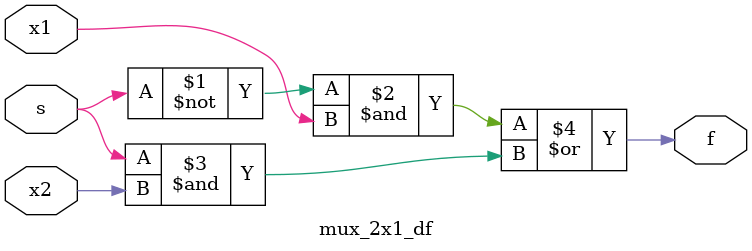
<source format=v>
`timescale 1ns / 1ps


module mux_2x1_df(input x1, x2, s,
output f

    );
    assign f = ~s & x1 | s & x2;

endmodule

</source>
